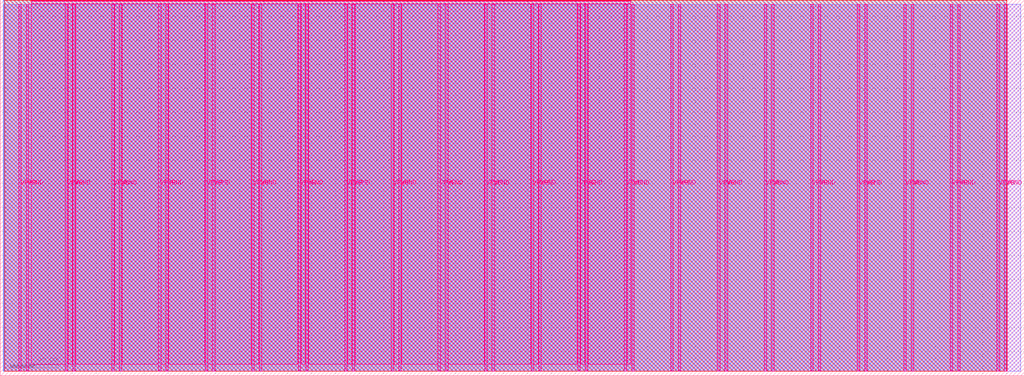
<source format=lef>
VERSION 5.7 ;
  NOWIREEXTENSIONATPIN ON ;
  DIVIDERCHAR "/" ;
  BUSBITCHARS "[]" ;
MACRO tt_um_zoom_zoom
  CLASS BLOCK ;
  FOREIGN tt_um_zoom_zoom ;
  ORIGIN 0.000 0.000 ;
  SIZE 854.400 BY 313.740 ;
  PIN VGND
    DIRECTION INOUT ;
    USE GROUND ;
    PORT
      LAYER Metal5 ;
        RECT 21.580 3.560 23.780 310.180 ;
    END
    PORT
      LAYER Metal5 ;
        RECT 60.450 3.560 62.650 310.180 ;
    END
    PORT
      LAYER Metal5 ;
        RECT 99.320 3.560 101.520 310.180 ;
    END
    PORT
      LAYER Metal5 ;
        RECT 138.190 3.560 140.390 310.180 ;
    END
    PORT
      LAYER Metal5 ;
        RECT 177.060 3.560 179.260 310.180 ;
    END
    PORT
      LAYER Metal5 ;
        RECT 215.930 3.560 218.130 310.180 ;
    END
    PORT
      LAYER Metal5 ;
        RECT 254.800 3.560 257.000 310.180 ;
    END
    PORT
      LAYER Metal5 ;
        RECT 293.670 3.560 295.870 310.180 ;
    END
    PORT
      LAYER Metal5 ;
        RECT 332.540 3.560 334.740 310.180 ;
    END
    PORT
      LAYER Metal5 ;
        RECT 371.410 3.560 373.610 310.180 ;
    END
    PORT
      LAYER Metal5 ;
        RECT 410.280 3.560 412.480 310.180 ;
    END
    PORT
      LAYER Metal5 ;
        RECT 449.150 3.560 451.350 310.180 ;
    END
    PORT
      LAYER Metal5 ;
        RECT 488.020 3.560 490.220 310.180 ;
    END
    PORT
      LAYER Metal5 ;
        RECT 526.890 3.560 529.090 310.180 ;
    END
    PORT
      LAYER Metal5 ;
        RECT 565.760 3.560 567.960 310.180 ;
    END
    PORT
      LAYER Metal5 ;
        RECT 604.630 3.560 606.830 310.180 ;
    END
    PORT
      LAYER Metal5 ;
        RECT 643.500 3.560 645.700 310.180 ;
    END
    PORT
      LAYER Metal5 ;
        RECT 682.370 3.560 684.570 310.180 ;
    END
    PORT
      LAYER Metal5 ;
        RECT 721.240 3.560 723.440 310.180 ;
    END
    PORT
      LAYER Metal5 ;
        RECT 760.110 3.560 762.310 310.180 ;
    END
    PORT
      LAYER Metal5 ;
        RECT 798.980 3.560 801.180 310.180 ;
    END
    PORT
      LAYER Metal5 ;
        RECT 837.850 3.560 840.050 310.180 ;
    END
  END VGND
  PIN VPWR
    DIRECTION INOUT ;
    USE POWER ;
    PORT
      LAYER Metal5 ;
        RECT 15.380 3.560 17.580 310.180 ;
    END
    PORT
      LAYER Metal5 ;
        RECT 54.250 3.560 56.450 310.180 ;
    END
    PORT
      LAYER Metal5 ;
        RECT 93.120 3.560 95.320 310.180 ;
    END
    PORT
      LAYER Metal5 ;
        RECT 131.990 3.560 134.190 310.180 ;
    END
    PORT
      LAYER Metal5 ;
        RECT 170.860 3.560 173.060 310.180 ;
    END
    PORT
      LAYER Metal5 ;
        RECT 209.730 3.560 211.930 310.180 ;
    END
    PORT
      LAYER Metal5 ;
        RECT 248.600 3.560 250.800 310.180 ;
    END
    PORT
      LAYER Metal5 ;
        RECT 287.470 3.560 289.670 310.180 ;
    END
    PORT
      LAYER Metal5 ;
        RECT 326.340 3.560 328.540 310.180 ;
    END
    PORT
      LAYER Metal5 ;
        RECT 365.210 3.560 367.410 310.180 ;
    END
    PORT
      LAYER Metal5 ;
        RECT 404.080 3.560 406.280 310.180 ;
    END
    PORT
      LAYER Metal5 ;
        RECT 442.950 3.560 445.150 310.180 ;
    END
    PORT
      LAYER Metal5 ;
        RECT 481.820 3.560 484.020 310.180 ;
    END
    PORT
      LAYER Metal5 ;
        RECT 520.690 3.560 522.890 310.180 ;
    END
    PORT
      LAYER Metal5 ;
        RECT 559.560 3.560 561.760 310.180 ;
    END
    PORT
      LAYER Metal5 ;
        RECT 598.430 3.560 600.630 310.180 ;
    END
    PORT
      LAYER Metal5 ;
        RECT 637.300 3.560 639.500 310.180 ;
    END
    PORT
      LAYER Metal5 ;
        RECT 676.170 3.560 678.370 310.180 ;
    END
    PORT
      LAYER Metal5 ;
        RECT 715.040 3.560 717.240 310.180 ;
    END
    PORT
      LAYER Metal5 ;
        RECT 753.910 3.560 756.110 310.180 ;
    END
    PORT
      LAYER Metal5 ;
        RECT 792.780 3.560 794.980 310.180 ;
    END
    PORT
      LAYER Metal5 ;
        RECT 831.650 3.560 833.850 310.180 ;
    END
  END VPWR
  PIN clk
    DIRECTION INPUT ;
    USE SIGNAL ;
    ANTENNAGATEAREA 3.255200 ;
    ANTENNADIFFAREA 10.077000 ;
    PORT
      LAYER Metal5 ;
        RECT 187.050 312.740 187.350 313.740 ;
    END
  END clk
  PIN ena
    DIRECTION INPUT ;
    USE SIGNAL ;
    PORT
      LAYER Metal5 ;
        RECT 190.890 312.740 191.190 313.740 ;
    END
  END ena
  PIN rst_n
    DIRECTION INPUT ;
    USE SIGNAL ;
    ANTENNAGATEAREA 0.314600 ;
    PORT
      LAYER Metal5 ;
        RECT 183.210 312.740 183.510 313.740 ;
    END
  END rst_n
  PIN ui_in[0]
    DIRECTION INPUT ;
    USE SIGNAL ;
    ANTENNAGATEAREA 0.180700 ;
    PORT
      LAYER Metal5 ;
        RECT 179.370 312.740 179.670 313.740 ;
    END
  END ui_in[0]
  PIN ui_in[1]
    DIRECTION INPUT ;
    USE SIGNAL ;
    ANTENNAGATEAREA 0.180700 ;
    PORT
      LAYER Metal5 ;
        RECT 175.530 312.740 175.830 313.740 ;
    END
  END ui_in[1]
  PIN ui_in[2]
    DIRECTION INPUT ;
    USE SIGNAL ;
    ANTENNAGATEAREA 0.213200 ;
    PORT
      LAYER Metal5 ;
        RECT 171.690 312.740 171.990 313.740 ;
    END
  END ui_in[2]
  PIN ui_in[3]
    DIRECTION INPUT ;
    USE SIGNAL ;
    PORT
      LAYER Metal5 ;
        RECT 167.850 312.740 168.150 313.740 ;
    END
  END ui_in[3]
  PIN ui_in[4]
    DIRECTION INPUT ;
    USE SIGNAL ;
    PORT
      LAYER Metal5 ;
        RECT 164.010 312.740 164.310 313.740 ;
    END
  END ui_in[4]
  PIN ui_in[5]
    DIRECTION INPUT ;
    USE SIGNAL ;
    PORT
      LAYER Metal5 ;
        RECT 160.170 312.740 160.470 313.740 ;
    END
  END ui_in[5]
  PIN ui_in[6]
    DIRECTION INPUT ;
    USE SIGNAL ;
    PORT
      LAYER Metal5 ;
        RECT 156.330 312.740 156.630 313.740 ;
    END
  END ui_in[6]
  PIN ui_in[7]
    DIRECTION INPUT ;
    USE SIGNAL ;
    PORT
      LAYER Metal5 ;
        RECT 152.490 312.740 152.790 313.740 ;
    END
  END ui_in[7]
  PIN uio_in[0]
    DIRECTION INPUT ;
    USE SIGNAL ;
    ANTENNAGATEAREA 0.213200 ;
    PORT
      LAYER Metal5 ;
        RECT 148.650 312.740 148.950 313.740 ;
    END
  END uio_in[0]
  PIN uio_in[1]
    DIRECTION INPUT ;
    USE SIGNAL ;
    ANTENNAGATEAREA 0.213200 ;
    PORT
      LAYER Metal5 ;
        RECT 144.810 312.740 145.110 313.740 ;
    END
  END uio_in[1]
  PIN uio_in[2]
    DIRECTION INPUT ;
    USE SIGNAL ;
    ANTENNAGATEAREA 0.180700 ;
    PORT
      LAYER Metal5 ;
        RECT 140.970 312.740 141.270 313.740 ;
    END
  END uio_in[2]
  PIN uio_in[3]
    DIRECTION INPUT ;
    USE SIGNAL ;
    ANTENNAGATEAREA 0.180700 ;
    PORT
      LAYER Metal5 ;
        RECT 137.130 312.740 137.430 313.740 ;
    END
  END uio_in[3]
  PIN uio_in[4]
    DIRECTION INPUT ;
    USE SIGNAL ;
    ANTENNAGATEAREA 0.213200 ;
    PORT
      LAYER Metal5 ;
        RECT 133.290 312.740 133.590 313.740 ;
    END
  END uio_in[4]
  PIN uio_in[5]
    DIRECTION INPUT ;
    USE SIGNAL ;
    ANTENNAGATEAREA 0.180700 ;
    PORT
      LAYER Metal5 ;
        RECT 129.450 312.740 129.750 313.740 ;
    END
  END uio_in[5]
  PIN uio_in[6]
    DIRECTION INPUT ;
    USE SIGNAL ;
    ANTENNAGATEAREA 0.213200 ;
    PORT
      LAYER Metal5 ;
        RECT 125.610 312.740 125.910 313.740 ;
    END
  END uio_in[6]
  PIN uio_in[7]
    DIRECTION INPUT ;
    USE SIGNAL ;
    ANTENNAGATEAREA 0.213200 ;
    PORT
      LAYER Metal5 ;
        RECT 121.770 312.740 122.070 313.740 ;
    END
  END uio_in[7]
  PIN uio_oe[0]
    DIRECTION OUTPUT ;
    USE SIGNAL ;
    ANTENNADIFFAREA 0.654800 ;
    PORT
      LAYER Metal5 ;
        RECT 56.490 312.740 56.790 313.740 ;
    END
  END uio_oe[0]
  PIN uio_oe[1]
    DIRECTION OUTPUT ;
    USE SIGNAL ;
    ANTENNADIFFAREA 0.654800 ;
    PORT
      LAYER Metal5 ;
        RECT 52.650 312.740 52.950 313.740 ;
    END
  END uio_oe[1]
  PIN uio_oe[2]
    DIRECTION OUTPUT ;
    USE SIGNAL ;
    ANTENNADIFFAREA 0.654800 ;
    PORT
      LAYER Metal5 ;
        RECT 48.810 312.740 49.110 313.740 ;
    END
  END uio_oe[2]
  PIN uio_oe[3]
    DIRECTION OUTPUT ;
    USE SIGNAL ;
    ANTENNADIFFAREA 0.706800 ;
    PORT
      LAYER Metal5 ;
        RECT 44.970 312.740 45.270 313.740 ;
    END
  END uio_oe[3]
  PIN uio_oe[4]
    DIRECTION OUTPUT ;
    USE SIGNAL ;
    ANTENNADIFFAREA 0.706800 ;
    PORT
      LAYER Metal5 ;
        RECT 41.130 312.740 41.430 313.740 ;
    END
  END uio_oe[4]
  PIN uio_oe[5]
    DIRECTION OUTPUT ;
    USE SIGNAL ;
    ANTENNADIFFAREA 0.706800 ;
    PORT
      LAYER Metal5 ;
        RECT 37.290 312.740 37.590 313.740 ;
    END
  END uio_oe[5]
  PIN uio_oe[6]
    DIRECTION OUTPUT ;
    USE SIGNAL ;
    ANTENNADIFFAREA 0.706800 ;
    PORT
      LAYER Metal5 ;
        RECT 33.450 312.740 33.750 313.740 ;
    END
  END uio_oe[6]
  PIN uio_oe[7]
    DIRECTION OUTPUT ;
    USE SIGNAL ;
    ANTENNAGATEAREA 1.504100 ;
    ANTENNADIFFAREA 0.632400 ;
    PORT
      LAYER Metal5 ;
        RECT 29.610 312.740 29.910 313.740 ;
    END
  END uio_oe[7]
  PIN uio_out[0]
    DIRECTION OUTPUT ;
    USE SIGNAL ;
    ANTENNAGATEAREA 0.109200 ;
    ANTENNADIFFAREA 0.632400 ;
    PORT
      LAYER Metal5 ;
        RECT 87.210 312.740 87.510 313.740 ;
    END
  END uio_out[0]
  PIN uio_out[1]
    DIRECTION OUTPUT ;
    USE SIGNAL ;
    ANTENNAGATEAREA 0.109200 ;
    ANTENNADIFFAREA 0.632400 ;
    PORT
      LAYER Metal5 ;
        RECT 83.370 312.740 83.670 313.740 ;
    END
  END uio_out[1]
  PIN uio_out[2]
    DIRECTION OUTPUT ;
    USE SIGNAL ;
    ANTENNAGATEAREA 0.109200 ;
    ANTENNADIFFAREA 0.632400 ;
    PORT
      LAYER Metal5 ;
        RECT 79.530 312.740 79.830 313.740 ;
    END
  END uio_out[2]
  PIN uio_out[3]
    DIRECTION OUTPUT ;
    USE SIGNAL ;
    ANTENNAGATEAREA 0.109200 ;
    ANTENNADIFFAREA 0.632400 ;
    PORT
      LAYER Metal5 ;
        RECT 75.690 312.740 75.990 313.740 ;
    END
  END uio_out[3]
  PIN uio_out[4]
    DIRECTION OUTPUT ;
    USE SIGNAL ;
    ANTENNAGATEAREA 0.109200 ;
    ANTENNADIFFAREA 0.632400 ;
    PORT
      LAYER Metal5 ;
        RECT 71.850 312.740 72.150 313.740 ;
    END
  END uio_out[4]
  PIN uio_out[5]
    DIRECTION OUTPUT ;
    USE SIGNAL ;
    ANTENNAGATEAREA 0.109200 ;
    ANTENNADIFFAREA 0.632400 ;
    PORT
      LAYER Metal5 ;
        RECT 68.010 312.740 68.310 313.740 ;
    END
  END uio_out[5]
  PIN uio_out[6]
    DIRECTION OUTPUT ;
    USE SIGNAL ;
    ANTENNAGATEAREA 0.109200 ;
    ANTENNADIFFAREA 0.632400 ;
    PORT
      LAYER Metal5 ;
        RECT 64.170 312.740 64.470 313.740 ;
    END
  END uio_out[6]
  PIN uio_out[7]
    DIRECTION OUTPUT ;
    USE SIGNAL ;
    ANTENNAGATEAREA 0.241800 ;
    ANTENNADIFFAREA 0.632400 ;
    PORT
      LAYER Metal5 ;
        RECT 60.330 312.740 60.630 313.740 ;
    END
  END uio_out[7]
  PIN uo_out[0]
    DIRECTION OUTPUT ;
    USE SIGNAL ;
    ANTENNADIFFAREA 0.654800 ;
    PORT
      LAYER Metal5 ;
        RECT 117.930 312.740 118.230 313.740 ;
    END
  END uo_out[0]
  PIN uo_out[1]
    DIRECTION OUTPUT ;
    USE SIGNAL ;
    ANTENNADIFFAREA 0.654800 ;
    PORT
      LAYER Metal5 ;
        RECT 114.090 312.740 114.390 313.740 ;
    END
  END uo_out[1]
  PIN uo_out[2]
    DIRECTION OUTPUT ;
    USE SIGNAL ;
    ANTENNADIFFAREA 0.654800 ;
    PORT
      LAYER Metal5 ;
        RECT 110.250 312.740 110.550 313.740 ;
    END
  END uo_out[2]
  PIN uo_out[3]
    DIRECTION OUTPUT ;
    USE SIGNAL ;
    ANTENNADIFFAREA 0.654800 ;
    PORT
      LAYER Metal5 ;
        RECT 106.410 312.740 106.710 313.740 ;
    END
  END uo_out[3]
  PIN uo_out[4]
    DIRECTION OUTPUT ;
    USE SIGNAL ;
    ANTENNADIFFAREA 1.413600 ;
    PORT
      LAYER Metal5 ;
        RECT 102.570 312.740 102.870 313.740 ;
    END
  END uo_out[4]
  PIN uo_out[5]
    DIRECTION OUTPUT ;
    USE SIGNAL ;
    ANTENNADIFFAREA 0.654800 ;
    PORT
      LAYER Metal5 ;
        RECT 98.730 312.740 99.030 313.740 ;
    END
  END uo_out[5]
  PIN uo_out[6]
    DIRECTION OUTPUT ;
    USE SIGNAL ;
    ANTENNADIFFAREA 0.299200 ;
    PORT
      LAYER Metal5 ;
        RECT 94.890 312.740 95.190 313.740 ;
    END
  END uo_out[6]
  PIN uo_out[7]
    DIRECTION OUTPUT ;
    USE SIGNAL ;
    ANTENNADIFFAREA 0.299200 ;
    PORT
      LAYER Metal5 ;
        RECT 91.050 312.740 91.350 313.740 ;
    END
  END uo_out[7]
  OBS
      LAYER GatPoly ;
        RECT 2.880 3.630 851.520 310.110 ;
      LAYER Metal1 ;
        RECT 2.880 3.560 851.520 310.180 ;
      LAYER Metal2 ;
        RECT 2.605 3.680 839.915 313.420 ;
      LAYER Metal3 ;
        RECT 3.260 3.635 839.870 313.465 ;
      LAYER Metal4 ;
        RECT 3.695 3.680 839.915 313.420 ;
      LAYER Metal5 ;
        RECT 25.820 312.530 29.400 312.740 ;
        RECT 30.120 312.530 33.240 312.740 ;
        RECT 33.960 312.530 37.080 312.740 ;
        RECT 37.800 312.530 40.920 312.740 ;
        RECT 41.640 312.530 44.760 312.740 ;
        RECT 45.480 312.530 48.600 312.740 ;
        RECT 49.320 312.530 52.440 312.740 ;
        RECT 53.160 312.530 56.280 312.740 ;
        RECT 57.000 312.530 60.120 312.740 ;
        RECT 60.840 312.530 63.960 312.740 ;
        RECT 64.680 312.530 67.800 312.740 ;
        RECT 68.520 312.530 71.640 312.740 ;
        RECT 72.360 312.530 75.480 312.740 ;
        RECT 76.200 312.530 79.320 312.740 ;
        RECT 80.040 312.530 83.160 312.740 ;
        RECT 83.880 312.530 87.000 312.740 ;
        RECT 87.720 312.530 90.840 312.740 ;
        RECT 91.560 312.530 94.680 312.740 ;
        RECT 95.400 312.530 98.520 312.740 ;
        RECT 99.240 312.530 102.360 312.740 ;
        RECT 103.080 312.530 106.200 312.740 ;
        RECT 106.920 312.530 110.040 312.740 ;
        RECT 110.760 312.530 113.880 312.740 ;
        RECT 114.600 312.530 117.720 312.740 ;
        RECT 118.440 312.530 121.560 312.740 ;
        RECT 122.280 312.530 125.400 312.740 ;
        RECT 126.120 312.530 129.240 312.740 ;
        RECT 129.960 312.530 133.080 312.740 ;
        RECT 133.800 312.530 136.920 312.740 ;
        RECT 137.640 312.530 140.760 312.740 ;
        RECT 141.480 312.530 144.600 312.740 ;
        RECT 145.320 312.530 148.440 312.740 ;
        RECT 149.160 312.530 152.280 312.740 ;
        RECT 153.000 312.530 156.120 312.740 ;
        RECT 156.840 312.530 159.960 312.740 ;
        RECT 160.680 312.530 163.800 312.740 ;
        RECT 164.520 312.530 167.640 312.740 ;
        RECT 168.360 312.530 171.480 312.740 ;
        RECT 172.200 312.530 175.320 312.740 ;
        RECT 176.040 312.530 179.160 312.740 ;
        RECT 179.880 312.530 183.000 312.740 ;
        RECT 183.720 312.530 186.840 312.740 ;
        RECT 187.560 312.530 190.680 312.740 ;
        RECT 191.400 312.530 526.180 312.740 ;
        RECT 25.820 310.390 526.180 312.530 ;
        RECT 25.820 9.515 54.040 310.390 ;
        RECT 56.660 9.515 60.240 310.390 ;
        RECT 62.860 9.515 92.910 310.390 ;
        RECT 95.530 9.515 99.110 310.390 ;
        RECT 101.730 9.515 131.780 310.390 ;
        RECT 134.400 9.515 137.980 310.390 ;
        RECT 140.600 9.515 170.650 310.390 ;
        RECT 173.270 9.515 176.850 310.390 ;
        RECT 179.470 9.515 209.520 310.390 ;
        RECT 212.140 9.515 215.720 310.390 ;
        RECT 218.340 9.515 248.390 310.390 ;
        RECT 251.010 9.515 254.590 310.390 ;
        RECT 257.210 9.515 287.260 310.390 ;
        RECT 289.880 9.515 293.460 310.390 ;
        RECT 296.080 9.515 326.130 310.390 ;
        RECT 328.750 9.515 332.330 310.390 ;
        RECT 334.950 9.515 365.000 310.390 ;
        RECT 367.620 9.515 371.200 310.390 ;
        RECT 373.820 9.515 403.870 310.390 ;
        RECT 406.490 9.515 410.070 310.390 ;
        RECT 412.690 9.515 442.740 310.390 ;
        RECT 445.360 9.515 448.940 310.390 ;
        RECT 451.560 9.515 481.610 310.390 ;
        RECT 484.230 9.515 487.810 310.390 ;
        RECT 490.430 9.515 520.480 310.390 ;
        RECT 523.100 9.515 526.180 310.390 ;
  END
END tt_um_zoom_zoom
END LIBRARY


</source>
